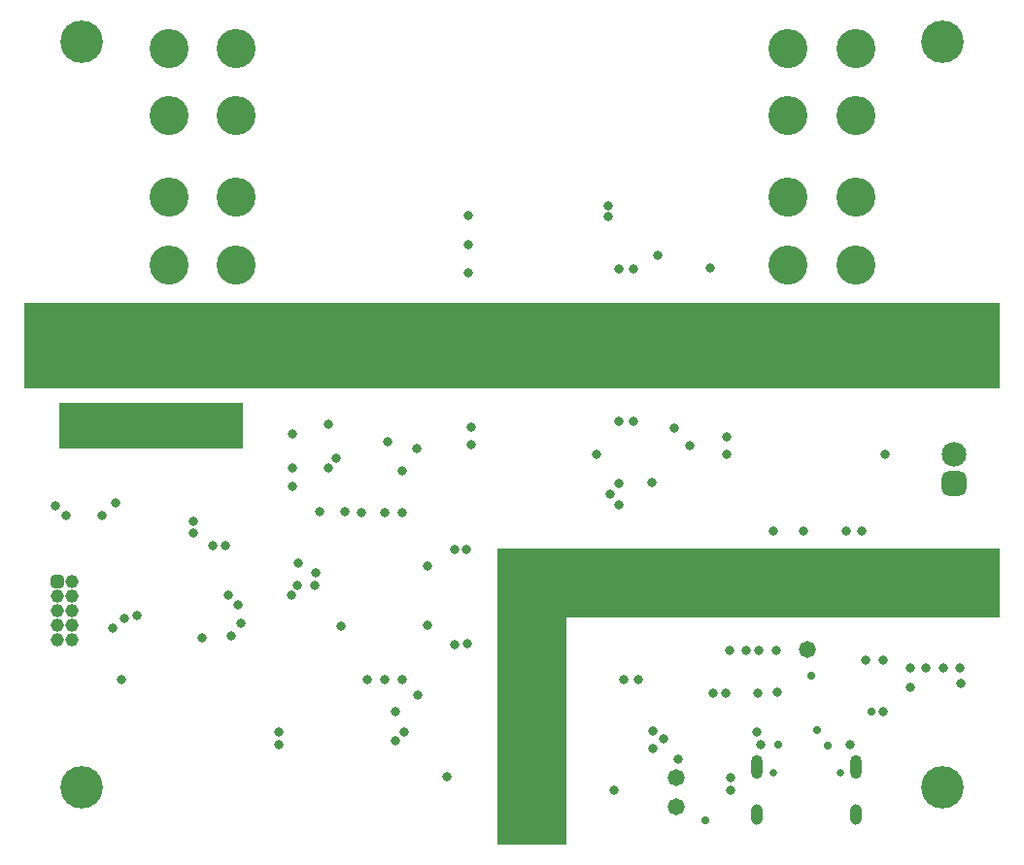
<source format=gbs>
G04*
G04 #@! TF.GenerationSoftware,Altium Limited,Altium Designer,24.2.2 (26)*
G04*
G04 Layer_Color=16711935*
%FSLAX44Y44*%
%MOMM*%
G71*
G04*
G04 #@! TF.SameCoordinates,6A8CA8D3-F6E6-494B-9A6B-4A02BC4B17F5*
G04*
G04*
G04 #@! TF.FilePolarity,Negative*
G04*
G01*
G75*
G04:AMPARAMS|DCode=69|XSize=1mm|YSize=1.8mm|CornerRadius=0.5mm|HoleSize=0mm|Usage=FLASHONLY|Rotation=0.000|XOffset=0mm|YOffset=0mm|HoleType=Round|Shape=RoundedRectangle|*
%AMROUNDEDRECTD69*
21,1,1.0000,0.8000,0,0,0.0*
21,1,0.0000,1.8000,0,0,0.0*
1,1,1.0000,0.0000,-0.4000*
1,1,1.0000,0.0000,-0.4000*
1,1,1.0000,0.0000,0.4000*
1,1,1.0000,0.0000,0.4000*
%
%ADD69ROUNDEDRECTD69*%
G04:AMPARAMS|DCode=70|XSize=1mm|YSize=2.1mm|CornerRadius=0.5mm|HoleSize=0mm|Usage=FLASHONLY|Rotation=0.000|XOffset=0mm|YOffset=0mm|HoleType=Round|Shape=RoundedRectangle|*
%AMROUNDEDRECTD70*
21,1,1.0000,1.1000,0,0,0.0*
21,1,0.0000,2.1000,0,0,0.0*
1,1,1.0000,0.0000,-0.5500*
1,1,1.0000,0.0000,-0.5500*
1,1,1.0000,0.0000,0.5500*
1,1,1.0000,0.0000,0.5500*
%
%ADD70ROUNDEDRECTD70*%
%ADD71C,0.6500*%
%ADD72C,3.4032*%
%ADD73C,1.1532*%
G04:AMPARAMS|DCode=74|XSize=1.1532mm|YSize=1.1532mm|CornerRadius=0.3391mm|HoleSize=0mm|Usage=FLASHONLY|Rotation=270.000|XOffset=0mm|YOffset=0mm|HoleType=Round|Shape=RoundedRectangle|*
%AMROUNDEDRECTD74*
21,1,1.1532,0.4750,0,0,270.0*
21,1,0.4750,1.1532,0,0,270.0*
1,1,0.6782,-0.2375,-0.2375*
1,1,0.6782,-0.2375,0.2375*
1,1,0.6782,0.2375,0.2375*
1,1,0.6782,0.2375,-0.2375*
%
%ADD74ROUNDEDRECTD74*%
G04:AMPARAMS|DCode=75|XSize=2.1532mm|YSize=2.1532mm|CornerRadius=0.5891mm|HoleSize=0mm|Usage=FLASHONLY|Rotation=90.000|XOffset=0mm|YOffset=0mm|HoleType=Round|Shape=RoundedRectangle|*
%AMROUNDEDRECTD75*
21,1,2.1532,0.9750,0,0,90.0*
21,1,0.9750,2.1532,0,0,90.0*
1,1,1.1782,0.4875,0.4875*
1,1,1.1782,0.4875,-0.4875*
1,1,1.1782,-0.4875,-0.4875*
1,1,1.1782,-0.4875,0.4875*
%
%ADD75ROUNDEDRECTD75*%
%ADD76C,2.1532*%
%ADD77C,3.7032*%
%ADD78C,0.8032*%
%ADD79C,1.4732*%
%ADD80C,0.7032*%
G36*
X1450000Y873000D02*
X600000D01*
Y947000D01*
X1450000D01*
Y873000D01*
D02*
G37*
G36*
X790000Y820000D02*
X630000D01*
Y860000D01*
X790000D01*
Y820000D01*
D02*
G37*
G36*
X1450000Y673000D02*
X1072000D01*
Y475000D01*
X1012000D01*
Y733000D01*
X1450000D01*
Y673000D01*
D02*
G37*
D69*
X1238600Y501000D02*
D03*
X1325000D02*
D03*
D70*
X1238600Y542800D02*
D03*
X1325000D02*
D03*
D71*
X1252900Y537800D02*
D03*
X1310700D02*
D03*
D72*
X1324350Y980650D02*
D03*
X1265650D02*
D03*
X1324350Y1039350D02*
D03*
X1265650D02*
D03*
X1324350Y1110650D02*
D03*
X1265650D02*
D03*
X1324350Y1169350D02*
D03*
X1265650D02*
D03*
X725650Y1039350D02*
D03*
X784350D02*
D03*
X725650Y980650D02*
D03*
X784350D02*
D03*
X784350Y1110650D02*
D03*
X725650D02*
D03*
X784350Y1169350D02*
D03*
X725650D02*
D03*
D73*
X641350Y653600D02*
D03*
Y666300D02*
D03*
X628650Y653600D02*
D03*
Y666300D02*
D03*
X641350Y679000D02*
D03*
Y691700D02*
D03*
X628650Y679000D02*
D03*
Y691700D02*
D03*
X641350Y704400D02*
D03*
D74*
X628650D02*
D03*
D75*
X1410000Y790000D02*
D03*
D76*
Y815400D02*
D03*
D77*
X1400000Y525000D02*
D03*
X650000D02*
D03*
X1400000Y1175000D02*
D03*
X650000D02*
D03*
D78*
X987166Y973834D02*
D03*
Y997834D02*
D03*
Y1023834D02*
D03*
X1108603Y1022347D02*
D03*
X1108537Y1032334D02*
D03*
X1157000Y567000D02*
D03*
X1114000Y522000D02*
D03*
X857000Y765000D02*
D03*
X627000Y770000D02*
D03*
X1110334Y780275D02*
D03*
X821997Y562354D02*
D03*
X923529Y565748D02*
D03*
X985500Y732500D02*
D03*
X986000Y650000D02*
D03*
X872000Y812000D02*
D03*
X687000Y672000D02*
D03*
X833000Y692000D02*
D03*
X786000Y684000D02*
D03*
X764000Y736000D02*
D03*
X1372000Y612000D02*
D03*
Y629000D02*
D03*
X1135014Y619008D02*
D03*
X1122000Y619000D02*
D03*
X1240000Y644000D02*
D03*
X1211000Y607000D02*
D03*
X1215000Y644000D02*
D03*
X1415000Y629000D02*
D03*
X1416000Y615000D02*
D03*
X1242000Y562000D02*
D03*
X1319391Y562390D02*
D03*
X1333000Y636040D02*
D03*
X1348000D02*
D03*
Y591000D02*
D03*
X1170000Y549000D02*
D03*
X1200289Y607057D02*
D03*
X1215750Y522250D02*
D03*
Y533250D02*
D03*
X1386000Y629000D02*
D03*
X1256000Y608000D02*
D03*
X1239000Y607000D02*
D03*
X1401000Y629000D02*
D03*
X1238000Y573000D02*
D03*
X1255000Y644000D02*
D03*
X1148000Y559000D02*
D03*
X1229000Y644000D02*
D03*
X1148000Y574000D02*
D03*
X838500Y720000D02*
D03*
X854000Y712000D02*
D03*
X838000Y701000D02*
D03*
X929000Y801000D02*
D03*
X989000Y839000D02*
D03*
Y824000D02*
D03*
X923000Y591000D02*
D03*
X1147000Y791000D02*
D03*
X1118000Y771000D02*
D03*
Y790000D02*
D03*
X636000Y762000D02*
D03*
X780000Y657000D02*
D03*
X668000Y762000D02*
D03*
X789000Y668000D02*
D03*
X853000Y701000D02*
D03*
X679500Y773000D02*
D03*
X755000Y655000D02*
D03*
X968000Y534000D02*
D03*
X943000Y605000D02*
D03*
X822000Y573000D02*
D03*
X931000D02*
D03*
X778000Y692000D02*
D03*
X876000Y665000D02*
D03*
X1198000Y978000D02*
D03*
X1152000Y989000D02*
D03*
X685000Y619000D02*
D03*
X899000Y619000D02*
D03*
X951000Y666000D02*
D03*
Y718000D02*
D03*
X698000Y675034D02*
D03*
X677000Y664000D02*
D03*
X775000Y736000D02*
D03*
X834000Y803000D02*
D03*
X914000Y619000D02*
D03*
X929000D02*
D03*
X747250Y756945D02*
D03*
Y746405D02*
D03*
X975250Y732500D02*
D03*
X975250Y649500D02*
D03*
X865000Y803000D02*
D03*
X916350Y826350D02*
D03*
X1212000Y815000D02*
D03*
X1212250Y830000D02*
D03*
X1253000Y748000D02*
D03*
X1279000D02*
D03*
X1316000D02*
D03*
X1330000D02*
D03*
X1350000Y815000D02*
D03*
X879000Y765000D02*
D03*
X894000Y764000D02*
D03*
X929000D02*
D03*
X914000D02*
D03*
X834000Y833000D02*
D03*
Y787000D02*
D03*
X1099000Y815000D02*
D03*
X1166000Y838000D02*
D03*
X1180000Y823040D02*
D03*
X1131000Y844000D02*
D03*
X1118000D02*
D03*
X865000Y841000D02*
D03*
X942000Y820000D02*
D03*
X1131000Y977000D02*
D03*
X1118000D02*
D03*
D79*
X1282000Y645000D02*
D03*
X1168400Y533400D02*
D03*
Y508000D02*
D03*
D80*
X1257000Y562000D02*
D03*
X1300000Y561000D02*
D03*
X1193024Y496244D02*
D03*
X1338000Y591000D02*
D03*
X1291000Y575000D02*
D03*
X1285971Y622275D02*
D03*
M02*

</source>
